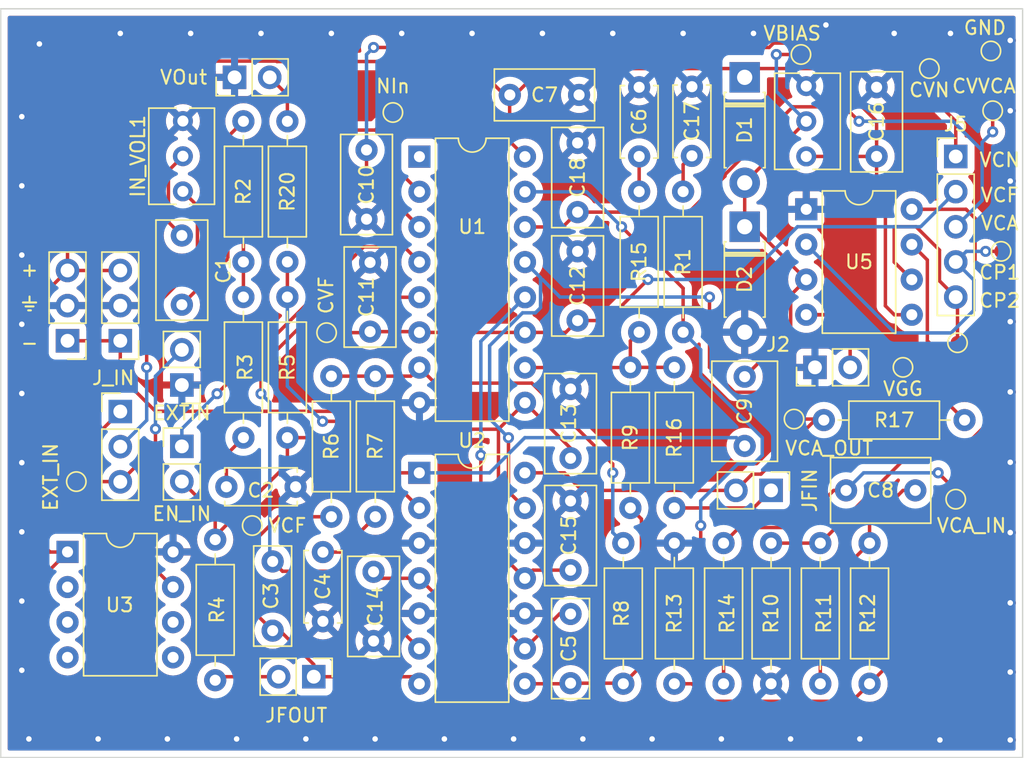
<source format=kicad_pcb>
(kicad_pcb (version 20211014) (generator pcbnew)
  (layers (0 "F.Cu" signal) (31 "B.Cu" signal) (34 "B.Paste" user) (35 "F.Paste" user) (36 "B.SilkS" user "B.Silkscreen") (37 "F.SilkS" user "F.Silkscreen") (38 "B.Mask" user) (39 "F.Mask" user) (44 "Edge.Cuts" user))
  (net 0 "")
  (net 1 "GND")
  (net 2 "Net-(BIAS1-Pad2)")
  (net 3 "+5V")
  (net 4 "Net-(C1-Pad1)")
  (net 5 "Net-(C3-Pad2)")
  (net 6 "Net-(C1-Pad2)")
  (net 7 "Net-(C5-Pad2)")
  (net 8 "Net-(C6-Pad2)")
  (net 9 "Net-(C9-Pad1)")
  (net 10 "Net-(C17-Pad2)")
  (net 11 "Net-(C8-Pad1)")
  (net 12 "Net-(C8-Pad2)")
  (net 13 "Net-(C2-Pad2)")
  (net 14 "Net-(C3-Pad1)")
  (net 15 "Net-(C4-Pad2)")
  (net 16 "Net-(C5-Pad1)")
  (net 17 "CVVCA")
  (net 18 "Net-(R2-Pad1)")
  (net 19 "Net-(IN1-Pad1)")
  (net 20 "-5V")
  (net 21 "VGG")
  (net 22 "Net-(J3-Pad2)")
  (net 23 "CVN")
  (net 24 "CVF")
  (net 25 "Net-(R10-Pad2)")
  (net 26 "Net-(R12-Pad2)")
  (net 27 "Net-(R4-Pad1)")
  (net 28 "CP1")
  (net 29 "Net-(R4-Pad2)")
  (net 30 "CP2")
  (net 31 "Net-(R6-Pad1)")
  (net 32 "Net-(R15-Pad1)")
  (net 33 "Net-(R16-Pad1)")
  (net 34 "Net-(IN1-Pad2)")
  (net 36 "EXT_IN")
  (net 41 "Net-(R1-Pad1)")
  (net 42 "Net-(R17-Pad1)")
  (net 43 "Net-(R17-Pad2)")
  (net 44 "Net-(SW2-Pad1)")
  (footprint "Connector_PinHeader_2.54mm:PinHeader_1x02_P2.54mm_Vertical" (layer "F.Cu") (at 115.57 143.002 -90)
    (fp_text reference "SW1" hide)
    (fp_text value "JFOUT")
  )
  (footprint "Resistor_THT:R_Axial_DIN0207_L6.3mm_D2.5mm_P10.16mm_Horizontal" (layer "F.Cu") (at 141.605 143.51 90)
    (fp_text reference "R13")
    (fp_text value "100k")
  )
  (footprint "Package_DIP:DIP-14_W7.62mm" (layer "F.Cu") (at 123.19 128.27)
    (fp_text reference "U2")
    (fp_text value "LM324")
  )
  (footprint "TestPoint:TestPoint_Pad_D1.0mm" (layer "F.Cu") (at 150.749 98.044)
    (fp_text reference "TP4" hide)
    (fp_text value "VBIAS")
  )
  (footprint "TestPoint:TestPoint_Pad_D1.0mm" (layer "F.Cu") (at 121.285 102.235)
    (fp_text reference "TP1" hide)
    (fp_text value "NIn")
  )
  (footprint "Capacitor_THT:C_Rect_L7.0mm_W3.5mm_P5.00mm" (layer "F.Cu") (at 119.634 113.07 -90)
    (fp_text reference "C11")
    (fp_text value "220n")
  )
  (footprint "Capacitor_THT:C_Rect_L7.0mm_W3.5mm_P5.00mm" (layer "F.Cu") (at 119.38 109.942 90)
    (fp_text reference "C10")
    (fp_text value "220n")
  )
  (footprint "Connector_PinHeader_2.54mm:PinHeader_1x03_P2.54mm_Vertical" (layer "F.Cu") (at 101.6 123.84)
    (fp_text reference "IN1" hide)
    (fp_text value "J_IN")
  )
  (footprint "Capacitor_THT:C_Rect_L7.0mm_W2.5mm_P5.00mm" (layer "F.Cu") (at 134.112 143.47 90)
    (fp_text reference "C5")
    (fp_text value "1.2n")
  )
  (footprint "Connector_PinHeader_2.54mm:PinHeader_1x02_P2.54mm_Vertical" (layer "F.Cu") (at 148.59 129.54 -90)
    (fp_text reference "SW3" hide)
    (fp_text value "JFIN")
  )
  (footprint "Resistor_THT:R_Axial_DIN0207_L6.3mm_D2.5mm_P10.16mm_Horizontal" (layer "F.Cu") (at 113.665 115.57 -90)
    (fp_text reference "R5")
    (fp_text value "27k")
  )
  (footprint "Diode_THT:D_DO-41_SOD81_P7.62mm_Horizontal" (layer "F.Cu") (at 146.685 110.49 -90)
    (fp_text reference "D2")
    (fp_text value "1N47xxA")
  )
  (footprint "TestPoint:TestPoint_Pad_D1.0mm" (layer "F.Cu") (at 164.465 97.79)
    (fp_text reference "TP9" hide)
    (fp_text value "GND")
  )
  (footprint "Resistor_THT:R_Axial_DIN0207_L6.3mm_D2.5mm_P10.16mm_Horizontal" (layer "F.Cu") (at 139.065 118.11 90)
    (fp_text reference "R15")
    (fp_text value "470")
  )
  (footprint "Resistor_THT:R_Axial_DIN0207_L6.3mm_D2.5mm_P10.16mm_Horizontal" (layer "F.Cu") (at 152.4 124.46)
    (fp_text reference "R17")
    (fp_text value "27k")
  )
  (footprint "TestPoint:TestPoint_Pad_D1.0mm" (layer "F.Cu") (at 165.2016 112.268)
    (fp_text reference "TP5" hide)
    (fp_text value "CP1")
  )
  (footprint "Package_DIP:DIP-8_W7.62mm" (layer "F.Cu") (at 97.79 133.985)
    (fp_text reference "U3")
    (fp_text value "Pentanoise")
  )
  (footprint "Capacitor_THT:C_Rect_L7.0mm_W4.5mm_P5.00mm" (layer "F.Cu") (at 146.685 126.325 90)
    (fp_text reference "C9")
    (fp_text value "1u")
  )
  (footprint "Resistor_THT:R_Axial_DIN0207_L6.3mm_D2.5mm_P10.16mm_Horizontal" (layer "F.Cu") (at 110.49 115.57 -90)
    (fp_text reference "R3")
    (fp_text value "470")
  )
  (footprint "Capacitor_THT:C_Rect_L7.0mm_W3.5mm_P5.00mm" (layer "F.Cu") (at 134.62 104.434 -90)
    (fp_text reference "C18")
    (fp_text value "220n")
  )
  (footprint "Capacitor_THT:C_Disc_D5.0mm_W2.5mm_P5.00mm" (layer "F.Cu") (at 142.875 100.37 -90)
    (fp_text reference "C17")
    (fp_text value "560p")
  )
  (footprint "TestPoint:TestPoint_Pad_D1.0mm" (layer "F.Cu") (at 161.925 130.175)
    (fp_text reference "TP13" hide)
    (fp_text value "VCA_IN")
  )
  (footprint "Resistor_THT:R_Axial_DIN0207_L6.3mm_D2.5mm_P10.16mm_Horizontal" (layer "F.Cu") (at 152.146 133.35 -90)
    (fp_text reference "R11")
    (fp_text value "5.6k")
  )
  (footprint "TestPoint:TestPoint_Pad_D1.0mm" (layer "F.Cu") (at 150.248902 124.386597)
    (fp_text reference "TP10" hide)
    (fp_text value "VCA_OUT")
  )
  (footprint "Resistor_THT:R_Axial_DIN0207_L6.3mm_D2.5mm_P10.16mm_Horizontal" (layer "F.Cu") (at 113.665 102.87 -90)
    (fp_text reference "R20")
    (fp_text value "10k")
  )
  (footprint "TestPoint:TestPoint_Pad_D1.0mm" (layer "F.Cu") (at 162.052 118.872)
    (fp_text reference "TP6" hide)
    (fp_text value "CP2")
  )
  (footprint "Resistor_THT:R_Axial_DIN0207_L6.3mm_D2.5mm_P10.16mm_Horizontal" (layer "F.Cu") (at 108.453 133.096 -90)
    (fp_text reference "R4")
    (fp_text value "27k")
  )
  (footprint "Resistor_THT:R_Axial_DIN0207_L6.3mm_D2.5mm_P10.16mm_Horizontal" (layer "F.Cu") (at 141.605 130.81 90)
    (fp_text reference "R16")
    (fp_text value "27k")
  )
  (footprint "TestPoint:TestPoint_Pad_D1.0mm" (layer "F.Cu") (at 160.02 99.06)
    (fp_text reference "TP8" hide)
    (fp_text value "CVN")
  )
  (footprint "Capacitor_THT:C_Disc_D5.0mm_W2.5mm_P5.00mm" (layer "F.Cu") (at 139.065 100.41 -90)
    (fp_text reference "C6")
    (fp_text value "560p")
  )
  (footprint "Connector_PinHeader_2.54mm:PinHeader_1x03_P2.54mm_Vertical" (layer "F.Cu") (at 97.79 118.73 180)
    (fp_text reference "J4" hide)
    (fp_text value "Vin")
  )
  (footprint "Capacitor_THT:C_Rect_L7.0mm_W3.5mm_P5.00mm" (layer "F.Cu") (at 134.112 127.214 90)
    (fp_text reference "C13")
    (fp_text value "100n")
  )
  (footprint "Capacitor_THT:C_Disc_D5.0mm_W2.5mm_P5.00mm" (layer "F.Cu") (at 114.26 129.281 180)
    (fp_text reference "C2")
    (fp_text value "560p")
  )
  (footprint "Resistor_THT:R_Axial_DIN0207_L6.3mm_D2.5mm_P10.16mm_Horizontal" (layer "F.Cu") (at 110.49 113.03 90)
    (fp_text reference "R2")
    (fp_text value "27k")
  )
  (footprint "TestPoint:TestPoint_Pad_D1.0mm" (layer "F.Cu") (at 158.115 120.65)
    (fp_text reference "TP3" hide)
    (fp_text value "VGG")
  )
  (footprint "Capacitor_THT:C_Rect_L7.0mm_W2.5mm_P5.00mm" (layer "F.Cu") (at 112.601894 139.67379 90)
    (fp_text reference "C3")
    (fp_text value "1.2n")
  )
  (footprint "Connector_PinHeader_2.54mm:PinHeader_1x05_P2.54mm_Vertical" (layer "F.Cu") (at 161.925 105.415)
    (fp_text reference "J5")
    (fp_text value "CTLS")
  )
  (footprint "Connector_PinHeader_2.54mm:PinHeader_1x02_P2.54mm_Vertical" (layer "F.Cu") (at 106.045 126.36)
    (fp_text reference "SW2" hide)
    (fp_text value "EN_IN")
  )
  (footprint "Capacitor_THT:C_Rect_L7.0mm_W4.5mm_P5.00mm" (layer "F.Cu") (at 159.004 129.54 180)
    (fp_text reference "C8")
    (fp_text value "220n")
  )
  (footprint "Package_DIP:DIP-16_W7.62mm" (layer "F.Cu") (at 123.2 105.425)
    (fp_text reference "U1")
    (fp_text value "v2164")
  )
  (footprint "Resistor_THT:R_Axial_DIN0207_L6.3mm_D2.5mm_P10.16mm_Horizontal" (layer "F.Cu") (at 148.59 143.51 90)
    (fp_text reference "R10")
    (fp_text value "100k")
  )
  (footprint "Resistor_THT:R_Axial_DIN0207_L6.3mm_D2.5mm_P10.16mm_Horizontal" (layer "F.Cu") (at 120.015 121.285 -90)
    (fp_text reference "R7")
    (fp_text value "470")
  )
  (footprint "TestPoint:TestPoint_Pad_D1.0mm" (layer "F.Cu") (at 111.125 132.08)
    (fp_text reference "TP2" hide)
    (fp_text value "VCF")
  )
  (footprint "TestPoint:TestPoint_Pad_D1.0mm" (layer "F.Cu") (at 98.425 128.905)
    (fp_text reference "TP11" hide)
    (fp_text value "EXT_IN")
  )
  (footprint "TestPoint:TestPoint_Pad_D1.0mm" (layer "F.Cu") (at 164.592 102.108)
    (fp_text reference "TP12" hide)
    (fp_text value "CVVCA")
  )
  (footprint "Resistor_THT:R_Axial_DIN0207_L6.3mm_D2.5mm_P10.16mm_Horizontal" (layer "F.Cu") (at 142.24 118.11 90)
    (fp_text reference "R1")
    (fp_text value "470")
  )
  (footprint "Connector_PinHeader_2.54mm:PinHeader_1x02_P2.54mm_Vertical" (layer "F.Cu") (at 106.045 121.925 180)
    (fp_text reference "J6" hide)
    (fp_text value "EXTIN")
  )
  (footprint "Capacitor_THT:C_Rect_L7.0mm_W3.5mm_P5.00mm" (layer "F.Cu") (at 134.62 112.268 -90)
    (fp_text reference "C12")
    (fp_text value "220n")
  )
  (footprint "Capacitor_THT:C_Rect_L7.0mm_W3.5mm_P5.00mm" (layer "F.Cu") (at 134.727041 100.965 180)
    (fp_text reference "C7")
    (fp_text value "100n")
  )
  (footprint "Potentiometer_THT:Potentiometer_Bourns_3266Y_Vertical" (layer "F.Cu") (at 151.13 100.33 90)
    (fp_text reference "BIAS1" hide)
    (fp_text value "100k")
  )
  (footprint "Capacitor_THT:C_Rect_L7.0mm_W3.5mm_P5.00mm" (layer "F.Cu") (at 134.112 135.302 90)
    (fp_text reference "C15")
    (fp_text value "100n")
  )
  (footprint "Resistor_THT:R_Axial_DIN0207_L6.3mm_D2.5mm_P10.16mm_Horizontal" (layer "F.Cu") (at 155.702 133.35 -90)
    (fp_text reference "R12")
    (fp_text value "5.6k")
  )
  (footprint "Capacitor_THT:C_Rect_L7.0mm_W3.5mm_P5.00mm" (layer "F.Cu") (at 106.045 111.125 -90)
    (fp_text reference "C1")
    (fp_text value "220n")
  )
  (footprint "Connector_PinHeader_2.54mm:PinHeader_1x02_P2.54mm_Vertical" (layer "F.Cu") (at 151.76 120.65 90)
    (fp_text reference "J2")
    (fp_text value "VGG")
  )
  (footprint "Capacitor_THT:C_Disc_D5.0mm_W2.5mm_P5.00mm" (layer "F.Cu") (at 116.2304 138.9996 90)
    (fp_text reference "C4")
    (fp_text value "560p")
  )
  (footprint "Resistor_THT:R_Axial_DIN0207_L6.3mm_D2.5mm_P10.16mm_Horizontal" (layer "F.Cu") (at 116.84 121.285 -90)
    (fp_text reference "R6")
    (fp_text value "27k")
  )
  (footprint "Resistor_THT:R_Axial_DIN0207_L6.3mm_D2.5mm_P10.16mm_Horizontal" (layer "F.Cu") (at 137.922 143.51 90)
    (fp_text reference "R8")
    (fp_text value "27k")
  )
  (footprint "Capacitor_THT:C_Rect_L7.0mm_W3.5mm_P5.00mm" (layer "F.Cu") (at 119.888 135.422 -90)
    (fp_text reference "C14")
    (fp_text value "100n")
  )
  (footprint "Resistor_THT:R_Axial_DIN0207_L6.3mm_D2.5mm_P10.16mm_Horizontal" (layer "F.Cu") (at 145.161 143.51 90)
    (fp_text reference "R14")
    (fp_text value "27k")
  )
  (footprint "Capacitor_THT:C_Rect_L7.0mm_W3.5mm_P5.00mm" (layer "F.Cu") (at 156.21 105.41 90)
    (fp_text reference "C16")
    (fp_text value "100n")
  )
  (footprint "Potentiometer_THT:Potentiometer_Bourns_3266Y_Vertical" (layer "F.Cu") (at 106.12 107.935 -90)
    (fp_text reference "IN_VOL1")
    (fp_text value "100k")
  )
  (footprint "Connector_PinHeader_2.54mm:PinHeader_1x03_P2.54mm_Vertical" (layer "F.Cu") (at 101.6 118.73 180)
    (fp_text reference "J1" hide)
    (fp_text value "Vin")
  )
  (footprint "Package_DIP:DIP-8_W7.62mm" (layer "F.Cu") (at 151.13 109.23)
    (fp_text reference "U5")
    (fp_text value "MN3209")
  )
  (footprint "Connector_PinHeader_2.54mm:PinHeader_1x02_P2.54mm_Vertical" (layer "F.Cu") (at 109.85 99.695 90)
    (fp_text reference "J3" hide)
    (fp_text value "VOut")
  )
  (footprint "TestPoint:TestPoint_Pad_D1.0mm" (layer "F.Cu") (at 116.49699 118.142667)
    (fp_text reference "TP7" hide)
    (fp_text value "CVF")
  )
  (footprint "Resistor_THT:R_Axial_DIN0207_L6.3mm_D2.5mm_P10.16mm_Horizontal" (layer "F.Cu") (at 138.43 120.65 -90)
    (fp_text reference "R9")
    (fp_text value "27k")
  )
  (footprint "Diode_THT:D_DO-41_SOD81_P7.62mm_Horizontal" (layer "F.Cu") (at 146.685 99.695 -90)
    (fp_text reference "D1")
    (fp_text value "1N47xxA")
  )
  (gr_rect (start 92.964 94.742) (end 166.751 148.844) (layer "Edge.Cuts") (width 0.1) (fill none))
  (gr_text "⏚" (at 95.0468 116.078) (layer "F.SilkS") (effects (font (size 1 1))))
  (gr_text "VCN\n" (at 165.1 105.664) (layer "F.SilkS") (effects (font (size 1 1))))
  (gr_text "-" (at 95.0468 118.872) (layer "F.SilkS") (effects (font (size 1 1))))
  (gr_text "VCA" (at 165.1 110.236) (layer "F.SilkS") (effects (font (size 1 1))))
  (gr_text "+" (at 95.0468 113.5888) (layer "F.SilkS") (effects (font (size 1 1))))
  (gr_text "VCF" (at 165.1 108.204) (layer "F.SilkS") (effects (font (size 1 1))))
  (via (at 110 147.5) (size 0.8) (drill 0.4) (layers "F.Cu" "B.Cu") (net 1))
  (via (at 94.488 132.536) (size 0.8) (drill 0.4) (layers "F.Cu" "B.Cu") (net 1))
  (via (at 105 147.5) (size 0.8) (drill 0.4) (layers "F.Cu" "B.Cu") (net 1))
  (via (at 165.862 127.508) (size 0.8) (drill 0.4) (layers "F.Cu" "B.Cu") (net 1))
  (via (at 161.544 96.52) (size 0.8) (drill 0.4) (layers "F.Cu" "B.Cu") (net 1))
  (via (at 111.76 96.52) (size 0.8) (drill 0.4) (layers "F.Cu" "B.Cu") (net 1))
  (via (at 94.488 137.536) (size 0.8) (drill 0.4) (layers "F.Cu" "B.Cu") (net 1))
  (via (at 147.32 96.52) (size 0.8) (drill 0.4) (layers "F.Cu" "B.Cu") (net 1))
  (via (at 94.488 112.536) (size 0.8) (drill 0.4) (layers "F.Cu" "B.Cu") (net 1))
  (via (at 160.782 147.574) (size 0.8) (drill 0.4) (layers "F.Cu" "B.Cu") (net 1))
  (via (at 165.862 132.588) (size 0.8) (drill 0.4) (layers "F.Cu" "B.Cu") (net 1))
  (via (at 94.488 102.536) (size 0.8) (drill 0.4) (layers "F.Cu" "B.Cu") (net 1))
  (via (at 165.862 102.108) (size 0.8) (drill 0.4) (layers "F.Cu" "B.Cu") (net 1))
  (via (at 150 147.5) (size 0.8) (drill 0.4) (layers "F.Cu" "B.Cu") (net 1))
  (via (at 132.08 96.52) (size 0.8) (drill 0.4) (layers "F.Cu" "B.Cu") (net 1))
  (via (at 165.862 122.428) (size 0.8) (drill 0.4) (layers "F.Cu" "B.Cu") (net 1))
  (via (at 135 147.5) (size 0.8) (drill 0.4) (layers "F.Cu" "B.Cu") (net 1))
  (via (at 106.68 96.52) (size 0.8) (drill 0.4) (layers "F.Cu" "B.Cu") (net 1))
  (via (at 95.758 97.282) (size 0.8) (drill 0.4) (layers "F.Cu" "B.Cu") (net 1))
  (via (at 140 147.5) (size 0.8) (drill 0.4) (layers "F.Cu" "B.Cu") (net 1))
  (via (at 145 147.5) (size 0.8) (drill 0.4) (layers "F.Cu" "B.Cu") (net 1))
  (via (at 165.862 147.574) (size 0.8) (drill 0.4) (layers "F.Cu" "B.Cu") (net 1))
  (via (at 101.6 96.52) (size 0.8) (drill 0.4) (layers "F.Cu" "B.Cu") (net 1))
  (via (at 115 147.5) (size 0.8) (drill 0.4) (layers "F.Cu" "B.Cu") (net 1))
  (via (at 130 147.5) (size 0.8) (drill 0.4) (layers "F.Cu" "B.Cu") (net 1))
  (via (at 94.488 127.536) (size 0.8) (drill 0.4) (layers "F.Cu" "B.Cu") (net 1))
  (via (at 94.488 142.536) (size 0.8) (drill 0.4) (layers "F.Cu" "B.Cu") (net 1))
  (via (at 157.48 96.52) (size 0.8) (drill 0.4) (layers "F.Cu" "B.Cu") (net 1))
  (via (at 165.862 107.188) (size 0.8) (drill 0.4) (layers "F.Cu" "B.Cu") (net 1))
  (via (at 127 96.52) (size 0.8) (drill 0.4) (layers "F.Cu" "B.Cu") (net 1))
  (via (at 94.488 122.536) (size 0.8) (drill 0.4) (layers "F.Cu" "B.Cu") (net 1))
  (via (at 94.488 117.536) (size 0.8) (drill 0.4) (layers "F.Cu" "B.Cu") (net 1))
  (via (at 165.862 97.028) (size 0.8) (drill 0.4) (layers "F.Cu" "B.Cu") (net 1))
  (via (at 142.24 96.52) (size 0.8) (drill 0.4) (layers "F.Cu" "B.Cu") (net 1))
  (via (at 165.862 142.668) (size 0.8) (drill 0.4) (layers "F.Cu" "B.Cu") (net 1))
  (via (at 165.862 137.668) (size 0.8) (drill 0.4) (layers "F.Cu" "B.Cu") (net 1))
  (via (at 137.16 96.52) (size 0.8) (drill 0.4) (layers "F.Cu" "B.Cu") (net 1))
  (via (at 152.550772 95.911517) (size 0.8) (drill 0.4) (layers "F.Cu" "B.Cu") (net 1))
  (via (at 116.84 96.52) (size 0.8) (drill 0.4) (layers "F.Cu" "B.Cu") (net 1))
  (via (at 125 147.5) (size 0.8) (drill 0.4) (layers "F.Cu" "B.Cu") (net 1))
  (via (at 120 147.5) (size 0.8) (drill 0.4) (layers "F.Cu" "B.Cu") (net 1))
  (via (at 100 147.5) (size 0.8) (drill 0.4) (layers "F.Cu" "B.Cu") (net 1))
  (via (at 95 147.5) (size 0.8) (drill 0.4) (layers "F.Cu" "B.Cu") (net 1))
  (via (at 165.862 117.348) (size 0.8) (drill 0.4) (layers "F.Cu" "B.Cu") (net 1))
  (via (at 121.92 96.52) (size 0.8) (drill 0.4) (layers "F.Cu" "B.Cu") (net 1))
  (via (at 155 147.5) (size 0.8) (drill 0.4) (layers "F.Cu" "B.Cu") (net 1))
  (via (at 94.488 107.536) (size 0.8) (drill 0.4) (layers "F.Cu" "B.Cu") (net 1))
  (segment (start 146.685 110.49) (end 146.685 107.315) (width 0.25) (layer "F.Cu") (net 2))
  (segment (start 146.685 107.315) (end 151.13 102.87) (width 0.25) (layer "F.Cu") (net 2))
  (segment (start 146.685 121.325) (end 150.005489 118.004511) (width 0.25) (layer "F.Cu") (net 2))
  (segment (start 150.005489 118.004511) (end 150.005489 115.434511) (width 0.25) (layer "F.Cu") (net 2))
  (segment (start 146.685 110.49) (end 147.31 110.49) (width 0.25) (layer "F.Cu") (net 2))
  (segment (start 150.005489 115.434511) (end 151.13 114.31) (width 0.25) (layer "F.Cu") (net 2))
  (segment (start 148.971 98.044) (end 150.749 98.044) (width 0.25) (layer "F.Cu") (net 2))
  (segment (start 147.31 110.49) (end 151.13 114.31) (width 0.25) (layer "F.Cu") (net 2))
  (via (at 148.971 98.044) (size 0.8) (drill 0.4) (layers "F.Cu" "B.Cu") (net 2))
  (segment (start 148.971 98.044) (end 148.971 100.711) (width 0.25) (layer "B.Cu") (net 2))
  (segment (start 148.971 100.711) (end 151.13 102.87) (width 0.25) (layer "B.Cu") (net 2))
  (segment (start 100.869511 98.520489) (end 112.876499 98.520489) (width 0.25) (layer "F.Cu") (net 3))
  (segment (start 96.53 133.995) (end 97.8 133.995) (width 0.25) (layer "F.Cu") (net 3))
  (segment (start 157.49 116.85) (end 158.75 116.85) (width 0.25) (layer "F.Cu") (net 3))
  (segment (start 120.356 135.89) (end 119.888 135.422) (width 0.25) (layer "F.Cu") (net 3))
  (segment (start 156.845 107.95) (end 156.845 116.205) (width 0.25) (layer "F.Cu") (net 3))
  (segment (start 123.19 135.89) (end 125.095 137.795) (width 0.25) (layer "F.Cu") (net 3))
  (segment (start 151.13 105.41) (end 156.21 105.41) (width 0.25) (layer "F.Cu") (net 3))
  (segment (start 152.4 99.06) (end 156.21 102.87) (width 0.25) (layer "F.Cu") (net 3))
  (segment (start 129.714 101.346) (end 129.714 104.319) (width 0.25) (layer "F.Cu") (net 3))
  (segment (start 146.685 99.695) (end 147.32 99.06) (width 0.25) (layer "F.Cu") (net 3))
  (segment (start 147.32 99.06) (end 152.4 99.06) (width 0.25) (layer "F.Cu") (net 3))
  (segment (start 156.845 116.205) (end 157.49 116.85) (width 0.25) (layer "F.Cu") (net 3))
  (segment (start 95.885 135.91) (end 97.8 133.995) (width 0.25) (layer "F.Cu") (net 3))
  (segment (start 156.21 105.41) (end 156.21 107.315) (width 0.25) (layer "F.Cu") (net 3))
  (segment (start 112.876499 98.520489) (end 112.90801 98.552) (width 0.25) (layer "F.Cu") (net 3))
  (segment (start 125.095 145.415) (end 96.52 145.415) (width 0.25) (layer "F.Cu") (net 3))
  (segment (start 97.79 101.6) (end 100.869511 98.520489) (width 0.25) (layer "F.Cu") (net 3))
  (segment (start 132 99.06) (end 146.05 99.06) (width 0.25) (layer "F.Cu") (net 3))
  (segment (start 112.90801 98.552) (end 126.92 98.552) (width 0.25) (layer "F.Cu") (net 3))
  (segment (start 97.79 113.65) (end 101.6 113.65) (width 0.25) (layer "F.Cu") (net 3))
  (segment (start 129.714 104.319) (end 130.82 105.425) (width 0.25) (layer "F.Cu") (net 3))
  (segment (start 156.21 102.87) (end 156.21 105.41) (width 0.25) (layer "F.Cu") (net 3))
  (segment (start 96.52 145.415) (end 95.885 144.78) (width 0.25) (layer "F.Cu") (net 3))
  (segment (start 126.92 98.552) (end 129.714 101.346) (width 0.25) (layer "F.Cu") (net 3))
  (segment (start 129.714 101.346) (end 132 99.06) (width 0.25) (layer "F.Cu") (net 3))
  (segment (start 125.095 137.795) (end 125.095 145.415) (width 0.25) (layer "F.Cu") (net 3))
  (segment (start 123.19 135.89) (end 120.356 135.89) (width 0.25) (layer "F.Cu") (net 3))
  (segment (start 97.79 113.65) (end 97.79 101.6) (width 0.25) (layer "F.Cu") (net 3))
  (segment (start 95.885 115.555) (end 95.885 133.35) (width 0.25) (layer "F.Cu") (net 3))
  (segment (start 97.79 113.65) (end 95.885 115.555) (width 0.25) (layer "F.Cu") (net 3))
  (segment (start 156.21 107.315) (end 156.845 107.95) (width 0.25) (layer "F.Cu") (net 3))
  (segment (start 146.05 99.06) (end 146.685 99.695) (width 0.25) (layer "F.Cu") (net 3))
  (segment (start 95.885 144.78) (end 95.885 135.91) (width 0.25) (layer "F.Cu") (net 3))
  (segment (start 95.885 133.35) (end 96.53 133.995) (width 0.25) (layer "F.Cu") (net 3))
  (segment (start 105.075489 110.155489) (end 106.045 111.125) (width 0.25) (layer "F.Cu") (net 4))
  (segment (start 105.075489 106.439511) (end 105.075489 110.155489) (width 0.25) (layer "F.Cu") (net 4))
  (segment (start 106.12 105.395) (end 105.075489 106.439511) (width 0.25) (layer "F.Cu") (net 4))
  (segment (start 113.310104 135.382) (end 112.601894 134.67379) (width 0.25) (layer "F.Cu") (net 5))
  (segment (start 116.719522 115.585) (end 111.76 120.544522) (width 0.25) (layer "F.Cu") (net 5))
  (segment (start 123.19 140.97) (end 117.602 135.382) (width 0.25) (layer "F.Cu") (net 5))
  (segment (start 123.2 115.585) (end 116.719522 115.585) (width 0.25) (layer "F.Cu") (net 5))
  (segment (start 117.602 135.382) (end 113.310104 135.382) (width 0.25) (layer "F.Cu") (net 5))
  (segment (start 111.76 120.544522) (end 111.76 122.555) (width 0.25) (layer "F.Cu") (net 5))
  (via (at 111.76 122.555) (size 0.8) (drill 0.4) (layers "F.Cu" "B.Cu") (net 5))
  (segment (start 112.395 123.19) (end 112.395 134.466896) (width 0.25) (layer "B.Cu") (net 5))
  (segment (start 112.395 134.466896) (end 112.601894 134.67379) (width 0.25) (layer "B.Cu") (net 5))
  (segment (start 111.76 122.555) (end 112.395 123.19) (width 0.25) (layer "B.Cu") (net 5))
  (segment (start 109.365489 112.804511) (end 106.045 116.125) (width 0.25) (layer "F.Cu") (net 6))
  (segment (start 110.49 102.87) (end 109.365489 103.994511) (width 0.25) (layer "F.Cu") (net 6))
  (segment (start 109.365489 103.994511) (end 109.365489 112.804511) (width 0.25) (layer "F.Cu") (net 6))
  (segment (start 127.635 137.795) (end 130.81 140.97) (width 0.25) (layer "F.Cu") (net 7))
  (segment (start 130.81 140.97) (end 133.31 138.47) (width 0.25) (layer "F.Cu") (net 7))
  (segment (start 133.31 138.47) (end 134.112 138.47) (width 0.25) (layer "F.Cu") (net 7))
  (segment (start 127.635 127) (end 127.635 137.795) (width 0.25) (layer "F.Cu") (net 7))
  (via (at 127.635 127) (size 0.8) (drill 0.4) (layers "F.Cu" "B.Cu") (net 7))
  (segment (start 127.635 118.77) (end 130.82 115.585) (width 0.25) (layer "B.Cu") (net 7))
  (segment (start 127.635 127) (end 127.635 118.77) (width 0.25) (layer "B.Cu") (net 7))
  (segment (start 139.065 107.95) (end 139.065 105.41) (width 0.25) (layer "F.Cu") (net 8))
  (segment (start 113.665 113.03) (end 113.665 115.57) (width 0.25) (layer "F.Cu") (net 9))
  (segment (start 117.882359 124.5495) (end 121.602859 128.27) (width 0.25) (layer "F.Cu") (net 9))
  (segment (start 116.205 124.5495) (end 117.882359 124.5495) (width 0.25) (layer "F.Cu") (net 9))
  (segment (start 121.602859 128.27) (end 123.19 128.27) (width 0.25) (layer "F.Cu") (net 9))
  (via (at 116.205 124.5495) (size 0.8) (drill 0.4) (layers "F.Cu" "B.Cu") (net 9))
  (segment (start 123.19 128.27) (end 128.27 128.27) (width 0.25) (layer "B.Cu") (net 9))
  (segment (start 146.09 125.73) (end 146.685 126.325) (width 0.25) (layer "B.Cu") (net 9))
  (segment (start 113.665 122.0095) (end 116.205 124.5495) (width 0.25) (layer "B.Cu") (net 9))
  (segment (start 130.81 125.73) (end 146.09 125.73) (width 0.25) (layer "B.Cu") (net 9))
  (segment (start 113.665 115.57) (end 113.665 122.0095) (width 0.25) (layer "B.Cu") (net 9))
  (segment (start 128.27 128.27) (end 130.81 125.73) (width 0.25) (layer "B.Cu") (net 9))
  (segment (start 142.24 107.95) (end 142.24 106.005) (width 0.25) (layer "F.Cu") (net 10))
  (segment (start 142.24 106.005) (end 142.875 105.37) (width 0.25) (layer "F.Cu") (net 10))
  (segment (start 152.146 136.906) (end 155.702 133.35) (width 0.25) (layer "F.Cu") (net 11))
  (segment (start 152.146 143.51) (end 152.146 136.906) (width 0.25) (layer "F.Cu") (net 11))
  (segment (start 155.702 133.35) (end 155.702 131.953) (width 0.25) (layer "F.Cu") (net 11))
  (segment (start 158.115 129.54) (end 159.004 129.54) (width 0.25) (layer "F.Cu") (net 11))
  (segment (start 155.702 131.953) (end 158.115 129.54) (width 0.25) (layer "F.Cu") (net 11))
  (segment (start 150.429511 132.225489) (end 153.115 129.54) (width 0.25) (layer "F.Cu") (net 12))
  (segment (start 160.655 128.27) (end 161.925 129.54) (width 0.25) (layer "F.Cu") (net 12))
  (segment (start 146.285511 132.225489) (end 150.429511 132.225489) (width 0.25) (layer "F.Cu") (net 12))
  (segment (start 161.925 129.54) (end 161.925 130.175) (width 0.25) (layer "F.Cu") (net 12))
  (segment (start 153.115 129.54) (end 154.004 129.54) (width 0.25) (layer "F.Cu") (net 12))
  (segment (start 145.161 133.35) (end 146.285511 132.225489) (width 0.25) (layer "F.Cu") (net 12))
  (via (at 160.655 128.27) (size 0.8) (drill 0.4) (layers "F.Cu" "B.Cu") (net 12))
  (segment (start 155.274 128.27) (end 160.655 128.27) (width 0.25) (layer "B.Cu") (net 12))
  (segment (start 154.004 129.54) (end 155.274 128.27) (width 0.25) (layer "B.Cu") (net 12))
  (segment (start 109.26 126.96) (end 110.49 125.73) (width 0.25) (layer "F.Cu") (net 13))
  (segment (start 109.26 129.281) (end 109.26 126.96) (width 0.25) (layer "F.Cu") (net 13))
  (segment (start 115.57 142.118) (end 115.57 143.002) (width 0.25) (layer "F.Cu") (net 14))
  (segment (start 113.03 131.445) (end 111.125 133.35) (width 0.25) (layer "F.Cu") (net 14))
  (segment (start 111.125 138.196896) (end 112.601894 139.67379) (width 0.25) (layer "F.Cu") (net 14))
  (segment (start 115.57 143.002) (end 122.682 143.002) (width 0.25) (layer "F.Cu") (net 14))
  (segment (start 122.682 143.002) (end 123.19 143.51) (width 0.25) (layer "F.Cu") (net 14))
  (segment (start 116.84 131.445) (end 113.03 131.445) (width 0.25) (layer "F.Cu") (net 14))
  (segment (start 111.125 132.08) (end 111.125 133.35) (width 0.25) (layer "F.Cu") (net 14))
  (segment (start 111.125 133.35) (end 111.125 138.196896) (width 0.25) (layer "F.Cu") (net 14))
  (segment (start 113.12579 139.67379) (end 115.57 142.118) (width 0.25) (layer "F.Cu") (net 14))
  (segment (start 112.601894 139.67379) (end 113.12579 139.67379) (width 0.25) (layer "F.Cu") (net 14))
  (segment (start 116.2304 133.9996) (end 117.4604 133.9996) (width 0.25) (layer "F.Cu") (net 15))
  (segment (start 117.4604 133.9996) (end 120.015 131.445) (width 0.25) (layer "F.Cu") (net 15))
  (segment (start 137.882 143.47) (end 137.922 143.51) (width 0.25) (layer "F.Cu") (net 16))
  (segment (start 139.229999 131.609999) (end 138.43 130.81) (width 0.25) (layer "F.Cu") (net 16))
  (segment (start 137.922 143.51) (end 139.229999 142.202001) (width 0.25) (layer "F.Cu") (net 16))
  (segment (start 130.81 143.51) (end 134.072 143.51) (width 0.25) (layer "F.Cu") (net 16))
  (segment (start 134.072 143.51) (end 134.112 143.47) (width 0.25) (layer "F.Cu") (net 16))
  (segment (start 139.229999 142.202001) (end 139.229999 131.609999) (width 0.25) (layer "F.Cu") (net 16))
  (segment (start 134.112 143.47) (end 137.882 143.47) (width 0.25) (layer "F.Cu") (net 16))
  (segment (start 130.82 110.505) (end 133.549 110.505) (width 0.25) (layer "F.Cu") (net 17))
  (segment (start 153.895489 101.825489) (end 154.94 102.87) (width 0.25) (layer "F.Cu") (net 17))
  (segment (start 145.260489 106.834511) (end 145.260489 106.724947) (width 0.25) (layer "F.Cu") (net 17))
  (segment (start 150.159947 101.825489) (end 153.895489 101.825489) (width 0.25) (layer "F.Cu") (net 17))
  (segment (start 145.260489 106.724947) (end 150.159947 101.825489) (width 0.25) (layer "F.Cu") (net 17))
  (segment (start 134.62 109.434) (end 142.661 109.434) (width 0.25) (layer "F.Cu") (net 17))
  (segment (start 133.549 110.505) (end 134.62 109.434) (width 0.25) (layer "F.Cu") (net 17))
  (segment (start 164.592 103.632) (end 164.592 102.108) (width 0.25) (layer "F.Cu") (net 17))
  (segment (start 142.661 109.434) (end 145.260489 106.834511) (width 0.25) (layer "F.Cu") (net 17))
  (via (at 154.94 102.87) (size 0.8) (drill 0.4) (layers "F.Cu" "B.Cu") (net 17))
  (via (at 164.592 103.632) (size 0.8) (drill 0.4) (layers "F.Cu" "B.Cu") (net 17))
  (segment (start 163.83 104.970978) (end 163.83 104.394) (width 0.25) (layer "B.Cu") (net 17))
  (segment (start 163.83 104.394) (end 164.592 103.632) (width 0.25) (layer "B.Cu") (net 17))
  (segment (start 163.83 108.59) (end 161.925 110.495) (width 0.25) (layer "B.Cu") (net 17))
  (segment (start 154.94 102.87) (end 161.729022 102.87) (width 0.25) (layer "B.Cu") (net 17))
  (segment (start 161.729022 102.87) (end 163.83 104.970978) (width 0.25) (layer "B.Cu") (net 17))
  (segment (start 163.83 104.970978) (end 163.83 108.59) (width 0.25) (layer "B.Cu") (net 17))
  (segment (start 118.11 103.505) (end 120.015 103.505) (width 0.25) (layer "F.Cu") (net 18))
  (segment (start 121.285 106.05) (end 123.2 107.965) (width 0.25) (layer "F.Cu") (net 18))
  (segment (start 120.015 103.505) (end 121.285 104.775) (width 0.25) (layer "F.Cu") (net 18))
  (segment (start 121.285 104.775) (end 121.285 106.05) (width 0.25) (layer "F.Cu") (net 18))
  (segment (start 110.49 113.03) (end 110.49 111.125) (width 0.25) (layer "F.Cu") (net 18))
  (segment (start 110.49 115.57) (end 110.49 113.03) (width 0.25) (layer "F.Cu") (net 18))
  (segment (start 121.285 102.235) (end 120.015 103.505) (width 0.25) (layer "F.Cu") (net 18))
  (segment (start 110.49 111.125) (end 118.11 103.505) (width 0.25) (layer "F.Cu") (net 18))
  (segment (start 96.52 128.92) (end 101.6 123.84) (width 0.25) (layer "F.Cu") (net 19))
  (segment (start 105.42 136.535) (end 100.965 132.08) (width 0.25) (layer "F.Cu") (net 19))
  (segment (start 97.841982 132.08) (end 96.52 130.758018) (width 0.25) (layer "F.Cu") (net 19))
  (segment (start 100.965 132.08) (end 97.841982 132.08) (width 0.25) (layer "F.Cu") (net 19))
  (segment (start 96.52 130.758018) (end 96.52 128.92) (width 0.25) (layer "F.Cu") (net 19))
  (segment (start 134.112 126.497) (end 134.112 127.214) (width 0.25) (layer "F.Cu") (net 20))
  (segment (start 130.82 123.205) (end 128.905 125.12) (width 0.25) (layer "F.Cu") (net 20))
  (segment (start 128.905 125.12) (end 128.905 133.985) (width 0.25) (layer "F.Cu") (net 20))
  (segment (start 97.79 118.73) (end 101.6 118.73) (width 0.25) (layer "F.Cu") (net 20))
  (segment (start 118.745 123.825) (end 120.04 125.12) (width 0.25) (layer "F.Cu") (net 20))
  (segment (start 104.14 123.825) (end 118.745 123.825) (width 0.25) (layer "F.Cu") (net 20))
  (segment (start 131.398 135.302) (end 130.81 135.89) (width 0.25) (layer "F.Cu") (net 20))
  (segment (start 101.6 121.285) (end 104.14 123.825) (width 0.25) (layer "F.Cu") (net 20))
  (segment (start 134.112 135.302) (end 131.398 135.302) (width 0.25) (layer "F.Cu") (net 20))
  (segment (start 120.04 125.12) (end 128.905 125.12) (width 0.25) (layer "F.Cu") (net 20))
  (segment (start 101.6 118.73) (end 101.6 121.285) (width 0.25) (layer "F.Cu") (net 20))
  (segment (start 130.82 123.205) (end 134.112 126.497) (width 0.25) (layer "F.Cu") (net 20))
  (segment (start 128.905 133.985) (end 130.81 135.89) (width 0.25) (layer "F.Cu") (net 20))
  (segment (start 154.315 116.85) (end 158.115 120.65) (width 0.25) (layer "F.Cu") (net 21))
  (segment (start 154.3 116.845) (end 154.295 116.85) (width 0.25) (layer "F.Cu") (net 21))
  (segment (start 154.3 120.65) (end 154.3 116.845) (width 0.25) (layer "F.Cu") (net 21))
  (segment (start 154.295 116.85) (end 151.13 116.85) (width 0.25) (layer "F.Cu") (net 21))
  (segment (start 151.13 116.85) (end 154.315 116.85) (width 0.25) (layer "F.Cu") (net 21))
  (segment (start 112.39 99.695) (end 113.665 100.97) (width 0.25) (layer "F.Cu") (net 22))
  (segment (start 113.665 100.97) (end 113.665 102.87) (width 0.25) (layer "F.Cu") (net 22))
  (segment (start 161.925 102.87) (end 157.48 98.425) (width 0.25) (layer "F.Cu") (net 23))
  (segment (start 123.2 110.505) (end 119.38 106.685) (width 0.25) (layer "F.Cu") (net 23))
  (segment (start 161.925 105.415) (end 161.925 102.87) (width 0.25) (layer "F.Cu") (net 23))
  (segment (start 156.274489 97.219489) (end 157.48 98.425) (width 0.25) (layer "F.Cu") (net 23))
  (segment (start 157.48 98.425) (end 158.115 99.06) (width 0.25) (layer "F.Cu") (net 23))
  (segment (start 148.770897 97.219489) (end 156.274489 97.219489) (width 0.25) (layer "F.Cu") (net 23))
  (segment (start 119.888 97.536) (end 148.454386 97.536) (width 0.25) (layer "F.Cu") (net 23))
  (segment (start 119.38 106.685) (end 119.38 104.942) (width 0.25) (layer "F.Cu") (net 23))
  (segment (start 158.115 99.06) (end 160.02 99.06) (width 0.25) (layer "F.Cu") (net 23))
  (segment (start 148.454386 97.536) (end 148.770897 97.219489) (width 0.25) (layer "F.Cu") (net 23))
  (via (at 119.888 97.536) (size 0.8) (drill 0.4) (layers "F.Cu" "B.Cu") (net 23))
  (segment (start 119.888 97.536) (end 119.38 98.044) (width 0.25) (layer "B.Cu") (net 23))
  (segment (start 119.38 98.044) (end 119.38 104.942) (width 0.25) (layer "B.Cu") (net 23))
  (segment (start 133.763 118.125) (end 134.62 117.268) (width 0.25) (layer "F.Cu") (net 24))
  (segment (start 130.82 118.125) (end 133.763 118.125) (width 0.25) (layer "F.Cu") (net 24))
  (segment (start 123.145 118.07) (end 123.2 118.125) (width 0.25) (layer "F.Cu") (net 24))
  (segment (start 123.2 118.125) (end 130.82 118.125) (width 0.25) (layer "F.Cu") (net 24))
  (segment (start 136.732 117.268) (end 139.7 114.3) (width 0.25) (layer "F.Cu") (net 24))
  (segment (start 119.634 118.07) (end 123.145 118.07) (width 0.25) (layer "F.Cu") (net 24))
  (segment (start 134.62 117.268) (end 136.732 117.268) (width 0.25) (layer "F.Cu") (net 24))
  (segment (start 119.561333 118.142667) (end 119.634 118.07) (width 0.25) (layer "F.Cu") (net 24))
  (segment (start 116.49699 118.142667) (end 119.561333 118.142667) (width 0.25) (layer "F.Cu") (net 24))
  (via (at 139.7 114.3) (size 0.8) (drill 0.4) (layers "F.Cu" "B.Cu") (net 24))
  (segment (start 139.7 114.3) (end 146.685 114.3) (width 0.25) (layer "B.Cu") (net 24))
  (segment (start 146.685 114.3) (end 150.495 110.49) (width 0.25) (layer "B.Cu") (net 24))
  (segment (start 159.39 110.49) (end 161.925 107.955) (width 0.25) (layer "B.Cu") (net 24))
  (segment (start 150.495 110.49) (end 159.39 110.49) (width 0.25) (layer "B.Cu") (net 24))
  (segment (start 162.56 126.365) (end 159.131 126.365) (width 0.25) (layer "F.Cu") (net 25))
  (segment (start 159.874511 112.894511) (end 159.874511 118.726511) (width 0.25) (layer "F.Cu") (net 25))
  (segment (start 164.084 124.841) (end 162.56 126.365) (width 0.25) (layer "F.Cu") (net 25))
  (segment (start 148.59 133.35) (end 152.146 133.35) (width 0.25) (layer "F.Cu") (net 25))
  (segment (start 159.874511 118.726511) (end 164.084 122.936) (width 0.25) (layer "F.Cu") (net 25))
  (segment (start 164.084 122.936) (end 164.084 124.841) (width 0.25) (layer "F.Cu") (net 25))
  (segment (start 158.75 111.77) (end 159.874511 112.894511) (width 0.25) (layer "F.Cu") (net 25))
  (segment (start 159.131 126.365) (end 152.146 133.35) (width 0.25) (layer "F.Cu") (net 25))
  (segment (start 164.592 114.3) (end 163.322 113.03) (width 0.25) (layer "F.Cu") (net 26))
  (segment (start 154.432 144.78) (end 155.702 143.51) (width 0.25) (layer "F.Cu") (net 26))
  (segment (start 163.322 109.8804) (end 162.6716 109.23) (width 0.25) (layer "F.Cu") (net 26))
  (segment (start 163.322 113.03) (end 163.322 109.8804) (width 0.25) (layer "F.Cu") (net 26))
  (segment (start 164.592 134.62) (end 164.592 114.3) (width 0.25) (layer "F.Cu") (net 26))
  (segment (start 155.702 143.51) (end 164.592 134.62) (width 0.25) (layer "F.Cu") (net 26))
  (segment (start 144.145 144.78) (end 154.432 144.78) (width 0.25) (layer "F.Cu") (net 26))
  (segment (start 162.6716 109.23) (end 158.75 109.23) (width 0.25) (layer "F.Cu") (net 26))
  (segment (start 141.605 143.51) (end 142.875 143.51) (width 0.25) (layer "F.Cu") (net 26))
  (segment (start 142.875 143.51) (end 144.145 144.78) (width 0.25) (layer "F.Cu") (net 26))
  (segment (start 113.665 127.635) (end 113.665 125.73) (width 0.25) (layer "F.Cu") (net 27))
  (segment (start 123.19 130.81) (end 118.11 125.73) (width 0.25) (layer "F.Cu") (net 27))
  (segment (start 108.453 133.096) (end 108.453 132.847) (width 0.25) (layer "F.Cu") (net 27))
  (segment (start 118.11 125.73) (end 113.665 125.73) (width 0.25) (layer "F.Cu") (net 27))
  (segment (start 108.453 131.308) (end 108.453 133.096) (width 0.25) (layer "F.Cu") (net 27))
  (segment (start 108.453 132.847) (end 113.665 127.635) (width 0.25) (layer "F.Cu") (net 27))
  (segment (start 106.045 128.9) (end 108.453 131.308) (width 0.25) (layer "F.Cu") (net 27))
  (segment (start 165.2016 112.268) (end 164.084 112.268) (width 0.25) (layer "F.Cu") (net 28))
  (via (at 164.084 112.268) (size 0.8) (drill 0.4) (layers "F.Cu" "B.Cu") (net 28))
  (segment (start 157.5208 118.1608) (end 151.13 111.77) (width 0.25) (layer "B.Cu") (net 28))
  (segment (start 163.2204 116.5352) (end 161.5948 118.1608) (width 0.25) (layer "B.Cu") (net 28))
  (segment (start 161.5948 118.1608) (end 157.5208 118.1608) (width 0.25) (layer "B.Cu") (net 28))
  (segment (start 162.692 112.268) (end 161.925 113.035) (width 0.25) (layer "B.Cu") (net 28))
  (segment (start 164.084 112.268) (end 162.692 112.268) (width 0.25) (layer "B.Cu") (net 28))
  (segment (start 161.925 113.035) (end 163.2204 114.3304) (width 0.25) (layer "B.Cu") (net 28))
  (segment (start 163.2204 114.3304) (end 163.2204 116.5352) (width 0.25) (layer "B.Cu") (net 28))
  (segment (start 108.707 143.002) (end 108.453 143.256) (width 0.25) (layer "F.Cu") (net 29))
  (segment (start 113.03 143.002) (end 108.707 143.002) (width 0.25) (layer "F.Cu") (net 29))
  (segment (start 159.0603 110.49) (end 160.750489 112.180189) (width 0.25) (layer "F.Cu") (net 30))
  (segment (start 162.052 118.872) (end 162.052 115.702) (width 0.25) (layer "F.Cu") (net 30))
  (segment (start 157.48 113.04) (end 157.48 110.49) (width 0.25) (layer "F.Cu") (net 30))
  (segment (start 160.750489 112.180189) (end 160.750489 114.400489) (width 0.25) (layer "F.Cu") (net 30))
  (segment (start 160.750489 114.400489) (end 161.925 115.575) (width 0.25) (layer "F.Cu") (net 30))
  (segment (start 158.75 114.31) (end 157.48 113.04) (width 0.25) (layer "F.Cu") (net 30))
  (segment (start 157.48 110.49) (end 159.0603 110.49) (width 0.25) (layer "F.Cu") (net 30))
  (segment (start 162.052 115.702) (end 161.925 115.575) (width 0.25) (layer "F.Cu") (net 30))
  (segment (start 122.58 121.285) (end 123.2 120.665) (width 0.25) (layer "F.Cu") (net 31))
  (segment (start 120.015 121.285) (end 116.84 121.285) (width 0.25) (layer "F.Cu") (net 31))
  (segment (start 120.015 121.285) (end 122.58 121.285) (width 0.25) (layer "F.Cu") (net 31))
  (segment (start 137.16 127.635) (end 131.314511 121.789511) (width 0.25) (layer "F.Cu") (net 31))
  (segment (start 124.324511 121.789511) (end 123.2 120.665) (width 0.25) (layer "F.Cu") (net 31))
  (segment (start 131.314511 121.789511) (end 124.324511 121.789511) (width 0.25) (layer "F.Cu") (net 31))
  (segment (start 137.16 128.27) (end 137.16 127.635) (width 0.25) (layer "F.Cu") (net 31))
  (via (at 137.16 128.27) (size 0.8) (drill 0.4) (layers "F.Cu" "B.Cu") (net 31))
  (segment (start 137.16 128.27) (end 137.16 132.588) (width 0.25) (layer "B.Cu") (net 31))
  (segment (start 137.16 132.588) (end 137.922 133.35) (width 0.25) (layer "B.Cu") (net 31))
  (segment (start 138.43 120.65) (end 141.605 120.65) (width 0.25) (layer "F.Cu") (net 32))
  (segment (start 138.43 120.65) (end 138.43 118.745) (width 0.25) (layer "F.Cu") (net 32))
  (segment (start 138.415 120.665) (end 138.43 120.65) (width 0.25) (layer "F.Cu") (net 32))
  (segment (start 130.82 120.665) (end 138.415 120.665) (width 0.25) (layer "F.Cu") (net 32))
  (segment (start 138.43 118.745) (end 139.065 118.11) (width 0.25) (layer "F.Cu") (net 32))
  (segment (start 148.59 129.54) (end 147.32 130.81) (width 0.25) (layer "F.Cu") (net 33))
  (segment (start 147.32 130.81) (end 141.605 130.81) (width 0.25) (layer "F.Cu") (net 33))
  (segment (start 107.169511 113.175489) (end 103.505 116.84) (width 0.25) (layer "F.Cu") (net 34))
  (segment (start 103.505 116.84) (end 103.505 120.65) (width 0.25) (layer "F.Cu") (net 34))
  (segment (start 106.12 107.935) (end 107.169511 108.984511) (width 0.25) (layer "F.Cu") (net 34))
  (segment (start 107.169511 108.984511) (end 107.169511 113.175489) (width 0.25) (layer "F.Cu") (net 34))
  (via (at 103.505 120.65) (size 0.8) (drill 0.4) (layers "F.Cu" "B.Cu") (net 34))
  (segment (start 103.505 120.65) (end 103.505 124.475) (width 0.25) (layer "B.Cu") (net 34))
  (segment (start 103.505 124.475) (end 101.6 126.38) (width 0.25) (layer "B.Cu") (net 34))
  (segment (start 104.14 126.38) (end 104.14 125.095) (width 0.25) (layer "F.Cu") (net 36))
  (segment (start 101.585 128.905) (end 101.6 128.92) (width 0.25) (layer "F.Cu") (net 36))
  (segment (start 101.6 128.92) (end 104.14 126.38) (width 0.25) (layer "F.Cu") (net 36))
  (segment (start 98.425 128.905) (end 101.585 128.905) (width 0.25) (layer "F.Cu") (net 36))
  (via (at 104.14 125.095) (size 0.8) (drill 0.4) (layers "F.Cu" "B.Cu") (net 36))
  (segment (start 104.14 125.095) (end 104.14 121.29) (width 0.25) (layer "B.Cu") (net 36))
  (segment (start 104.14 121.29) (end 106.045 119.385) (width 0.25) (layer "B.Cu") (net 36))
  (segment (start 142.24 118.11) (end 142.24 114.935) (width 0.25) (layer "F.Cu") (net 41))
  (segment (start 143.51 132.08) (end 143.51 135.255) (width 0.25) (layer "F.Cu") (net 41))
  (segment (start 142.24 114.935) (end 137.795 110.49) (width 0.25) (layer "F.Cu") (net 41))
  (segment (start 143.51 135.255) (end 145.161 136.906) (width 0.25) (layer "F.Cu") (net 41))
  (segment (start 145.161 136.906) (end 145.161 143.51) (width 0.25) (layer "F.Cu") (net 41))
  (via (at 137.795 110.49) (size 0.8) (drill 0.4) (layers "F.Cu" "B.Cu") (net 41))
  (via (at 143.51 132.08) (size 0.8) (drill 0.4) (layers "F.Cu" "B.Cu") (net 41))
  (segment (start 143.51 132.08) (end 143.51 130.296995) (width 0.25) (layer "B.Cu") (net 41))
  (segment (start 147.32 127.635) (end 147.955 127) (width 0.25) (layer "B.Cu") (net 41))
  (segment (start 135.27 107.965) (end 130.82 107.965) (width 0.25) (layer "B.Cu") (net 41))
  (segment (start 137.795 110.49) (end 135.27 107.965) (width 0.25) (layer "B.Cu") (net 41))
  (segment (start 143.51 121.285) (end 143.51 119.38) (width 0.25) (layer "B.Cu") (net 41))
  (segment (start 143.51 119.38) (end 142.24 118.11) (width 0.25) (layer "B.Cu") (net 41))
  (segment (start 143.51 130.296995) (end 146.171995 127.635) (width 0.25) (layer "B.Cu") (net 41))
  (segment (start 146.171995 127.635) (end 147.32 127.635) (width 0.25) (layer "B.Cu") (net 41))
  (segment (start 147.955 127) (end 147.955 125.73) (width 0.25) (layer "B.Cu") (net 41))
  (segment (start 147.955 125.73) (end 143.51 121.285) (width 0.25) (layer "B.Cu") (net 41))
  (segment (start 133.6703 128.27) (end 130.81 128.27) (width 0.25) (layer "F.Cu") (net 42))
  (segment (start 134.9403 129.54) (end 133.6703 128.27) (width 0.25) (layer "F.Cu") (net 42))
  (segment (start 146.05 129.54) (end 134.9403 129.54) (width 0.25) (layer "F.Cu") (net 42))
  (segment (start 151.765 124.46) (end 147.859511 128.365489) (width 0.25) (layer "F.Cu") (net 42))
  (segment (start 150.248902 124.386597) (end 152.326597 124.386597) (width 0.25) (layer "F.Cu") (net 42))
  (segment (start 147.859511 128.365489) (end 147.224511 128.365489) (width 0.25) (layer "F.Cu") (net 42))
  (segment (start 147.224511 128.365489) (end 146.05 129.54) (width 0.25) (layer "F.Cu") (net 42))
  (segment (start 152.326597 124.386597) (end 152.4 124.46) (width 0.25) (layer "F.Cu") (net 42))
  (segment (start 152.4 124.46) (end 151.765 124.46) (width 0.25) (layer "F.Cu") (net 42))
  (segment (start 162.56 124.46) (end 160.549511 122.449511) (width 0.25) (layer "F.Cu") (net 43))
  (segment (start 145.944511 122.449511) (end 144.145 120.65) (width 0.25) (layer "F.Cu") (net 43))
  (segment (start 144.145 120.65) (end 144.145 115.57) (width 0.25) (layer "F.Cu") (net 43))
  (segment (start 129.6295 129.6295) (end 129.6295 125.73) (width 0.25) (layer "F.Cu") (net 43))
  (segment (start 130.81 130.81) (end 129.6295 129.6295) (width 0.25) (layer "F.Cu") (net 43))
  (segment (start 160.549511 122.449511) (end 145.944511 122.449511) (width 0.25) (layer "F.Cu") (net 43))
  (via (at 144.145 115.57) (size 0.8) (drill 0.4) (layers "F.Cu" "B.Cu") (net 43))
  (via (at 129.6295 125.73) (size 0.8) (drill 0.4) (layers "F.Cu" "B.Cu") (net 43))
  (segment (start 129.6295 125.73) (end 128.27 124.3705) (width 0.25) (layer "B.Cu") (net 43))
  (segment (start 130.645189 116.709511) (end 131.575489 116.709511) (width 0.25) (layer "B.Cu") (net 43))
  (segment (start 131.575489 116.709511) (end 131.944511 116.340489) (width 0.25) (layer "B.Cu") (net 43))
  (segment (start 131.944511 114.169511) (end 130.82 113.045) (width 0.25) (layer "B.Cu") (net 43))
  (segment (start 128.27 119.0847) (end 130.645189 116.709511) (width 0.25) (layer "B.Cu") (net 43))
  (segment (start 131.944511 116.340489) (end 131.944511 114.169511) (width 0.25) (layer "B.Cu") (net 43))
  (segment (start 133.35 115.57) (end 132.08 114.3) (width 0.25) (layer "B.Cu") (net 43))
  (segment (start 128.27 124.3705) (end 128.27 119.0847) (width 0.25) (layer "B.Cu") (net 43))
  (segment (start 144.145 115.57) (end 133.35 115.57) (width 0.25) (layer "B.Cu") (net 43))
  (segment (start 122.100489 111.945489) (end 119.168211 111.945489) (width 0.25) (layer "F.Cu") (net 44))
  (segment (start 118.095 113.0187) (end 118.095 113.045) (width 0.25) (layer "F.Cu") (net 44))
  (segment (start 119.168211 111.945489) (end 118.095 113.0187) (width 0.25) (layer "F.Cu") (net 44))
  (segment (start 118.095 113.045) (end 108.585 122.555) (width 0.25) (layer "F.Cu") (net 44))
  (segment (start 123.2 113.045) (end 122.100489 111.945489) (width 0.25) (layer "F.Cu") (net 44))
  (via (at 108.585 122.555) (size 0.8) (drill 0.4) (layers "F.Cu" "B.Cu") (net 44))
  (segment (start 108.585 122.555) (end 106.045 125.095) (width 0.25) (layer "B.Cu") (net 44))
  (segment (start 106.045 125.095) (end 106.045 126.36) (width 0.25) (layer "B.Cu") (net 44))
  (zone (net 1) (net_name "GND") (layers F&B.Cu) (connect_pads (clearance 0.508)) (min_thickness 0.254) (fill yes (thermal_gap 0.508) (thermal_bridge_width 0.508))
    (polygon (pts (xy 166.878 148.59) (xy 93.345 148.59) (xy 93.345 94.107) (xy 166.878 94.107)))
  )
)
</source>
